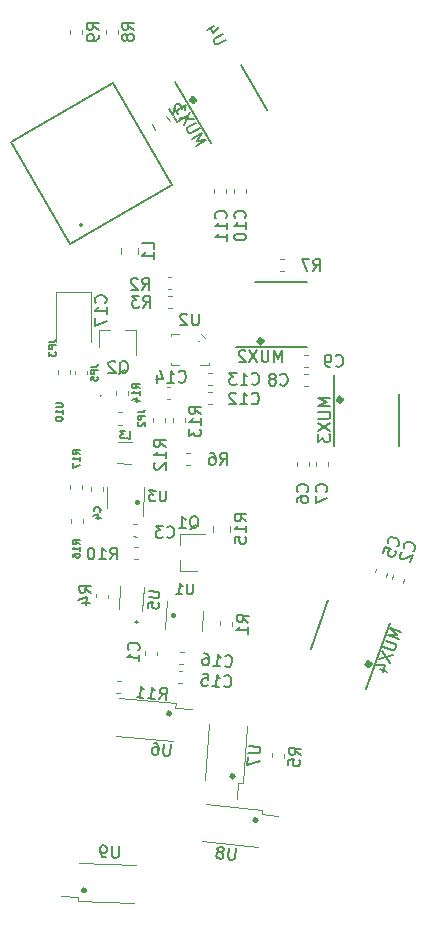
<source format=gbo>
G04 #@! TF.GenerationSoftware,KiCad,Pcbnew,(5.0.0)*
G04 #@! TF.CreationDate,2020-01-29T13:38:43+01:00*
G04 #@! TF.ProjectId,Insole_PCB,496E736F6C655F5043422E6B69636164,rev?*
G04 #@! TF.SameCoordinates,Original*
G04 #@! TF.FileFunction,Legend,Bot*
G04 #@! TF.FilePolarity,Positive*
%FSLAX46Y46*%
G04 Gerber Fmt 4.6, Leading zero omitted, Abs format (unit mm)*
G04 Created by KiCad (PCBNEW (5.0.0)) date 01/29/20 13:38:43*
%MOMM*%
%LPD*%
G01*
G04 APERTURE LIST*
%ADD10C,0.120000*%
%ADD11C,0.400000*%
%ADD12C,0.200000*%
%ADD13C,0.100000*%
%ADD14C,0.150000*%
%ADD15C,0.300000*%
G04 APERTURE END LIST*
D10*
G04 #@! TO.C,R4*
X188859566Y-187953900D02*
X188836856Y-188278665D01*
X187842050Y-187882749D02*
X187819340Y-188207514D01*
G04 #@! TO.C,C3*
X190965600Y-182017944D02*
X191291108Y-182023626D01*
X190947798Y-183037788D02*
X191273306Y-183043470D01*
D11*
G04 #@! TO.C,U3*
X191272327Y-180157226D02*
G75*
G03X191272327Y-180157226I0J0D01*
G01*
D10*
X191854581Y-178887194D02*
X191812172Y-181316824D01*
X188754332Y-180593347D02*
X188785049Y-178833615D01*
G04 #@! TO.C,L3*
X190841307Y-175051353D02*
X189637362Y-175030338D01*
X190809544Y-176871076D02*
X189605599Y-176850061D01*
D12*
G04 #@! TO.C,U2*
X196549453Y-166460707D02*
G75*
G03X196549453Y-166460707I0J0D01*
G01*
D13*
X194149453Y-165860707D02*
X194149453Y-166080707D01*
X194869453Y-165860707D02*
X194149453Y-165860707D01*
X194149453Y-168560707D02*
X194869453Y-168560707D01*
X194149453Y-168340707D02*
X194149453Y-168560707D01*
X197349453Y-168560707D02*
X197349453Y-168340707D01*
X197349453Y-168560707D02*
X196629453Y-168560707D01*
X197049453Y-166260707D02*
X196699453Y-165910707D01*
D10*
G04 #@! TO.C,C1*
X192969566Y-192783900D02*
X192946856Y-193108665D01*
X191952050Y-192712749D02*
X191929340Y-193037514D01*
G04 #@! TO.C,C2*
X213934370Y-186682175D02*
X213823023Y-186988099D01*
X212975883Y-186333315D02*
X212864536Y-186639239D01*
G04 #@! TO.C,C4*
X188450216Y-178844854D02*
X188444534Y-179170362D01*
X187430372Y-178827052D02*
X187424690Y-179152560D01*
G04 #@! TO.C,C5*
X212484370Y-186132175D02*
X212373023Y-186438099D01*
X211525883Y-185783315D02*
X211414536Y-186089239D01*
G04 #@! TO.C,C6*
X204839453Y-177060986D02*
X204839453Y-176735428D01*
X205859453Y-177060986D02*
X205859453Y-176735428D01*
G04 #@! TO.C,C7*
X206439453Y-177073486D02*
X206439453Y-176747928D01*
X207459453Y-177073486D02*
X207459453Y-176747928D01*
G04 #@! TO.C,C8*
X205399174Y-169300707D02*
X205724732Y-169300707D01*
X205399174Y-170320707D02*
X205724732Y-170320707D01*
G04 #@! TO.C,C9*
X205399174Y-167700707D02*
X205724732Y-167700707D01*
X205399174Y-168720707D02*
X205724732Y-168720707D01*
G04 #@! TO.C,C10*
X199464453Y-153935986D02*
X199464453Y-153610428D01*
X200484453Y-153935986D02*
X200484453Y-153610428D01*
G04 #@! TO.C,C11*
X197839453Y-153948486D02*
X197839453Y-153622928D01*
X198859453Y-153948486D02*
X198859453Y-153622928D01*
G04 #@! TO.C,C12*
X197599732Y-171820707D02*
X197274174Y-171820707D01*
X197599732Y-170800707D02*
X197274174Y-170800707D01*
G04 #@! TO.C,C13*
X197599732Y-170220707D02*
X197274174Y-170220707D01*
X197599732Y-169200707D02*
X197274174Y-169200707D01*
G04 #@! TO.C,C14*
X193786674Y-170400707D02*
X194112232Y-170400707D01*
X193786674Y-171420707D02*
X194112232Y-171420707D01*
G04 #@! TO.C,L1*
X189909453Y-159116959D02*
X189909453Y-158594455D01*
X191329453Y-159116959D02*
X191329453Y-158594455D01*
G04 #@! TO.C,L2*
X192815201Y-148601958D02*
X192553949Y-148149456D01*
X194044957Y-147891958D02*
X193783705Y-147439456D01*
D11*
G04 #@! TO.C,MUX1*
X196165709Y-146088464D02*
G75*
G03X196165709Y-146088464I-158114J0D01*
G01*
D14*
X194537082Y-144541461D02*
X197524582Y-149715963D01*
X200109372Y-143142951D02*
X202309372Y-146953463D01*
D11*
G04 #@! TO.C,MUX2*
X201907567Y-166510707D02*
G75*
G03X201907567Y-166510707I-158114J0D01*
G01*
D14*
X199674453Y-167010707D02*
X205649453Y-167010707D01*
X201249453Y-161485707D02*
X205649453Y-161485707D01*
D11*
G04 #@! TO.C,MUX3*
X208607567Y-171460707D02*
G75*
G03X208607567Y-171460707I-158114J0D01*
G01*
D14*
X207949453Y-169385707D02*
X207949453Y-175360707D01*
X213474453Y-170960707D02*
X213474453Y-175360707D01*
D11*
G04 #@! TO.C,MUX4*
X211037426Y-193844831D02*
G75*
G03X211037426Y-193844831I-158114J0D01*
G01*
D14*
X210639466Y-195965703D02*
X212683037Y-190351040D01*
X205986346Y-192596026D02*
X207491235Y-188461378D01*
D10*
G04 #@! TO.C,Q2*
X188069453Y-165550707D02*
X188069453Y-167010707D01*
X191229453Y-165550707D02*
X191229453Y-167710707D01*
X191229453Y-165550707D02*
X190299453Y-165550707D01*
X188069453Y-165550707D02*
X188999453Y-165550707D01*
G04 #@! TO.C,R1*
X198312848Y-190530151D02*
X198329886Y-190205039D01*
X199331450Y-190583533D02*
X199348488Y-190258421D01*
G04 #@! TO.C,R2*
X193874174Y-161100707D02*
X194199732Y-161100707D01*
X193874174Y-162120707D02*
X194199732Y-162120707D01*
G04 #@! TO.C,R3*
X193886674Y-162700707D02*
X194212232Y-162700707D01*
X193886674Y-163720707D02*
X194212232Y-163720707D01*
G04 #@! TO.C,R5*
X202729340Y-201737514D02*
X202752050Y-201412749D01*
X203746856Y-201808665D02*
X203769566Y-201483900D01*
G04 #@! TO.C,R6*
X195474174Y-176000707D02*
X195799732Y-176000707D01*
X195474174Y-177020707D02*
X195799732Y-177020707D01*
G04 #@! TO.C,R7*
X203386674Y-159550707D02*
X203712232Y-159550707D01*
X203386674Y-160570707D02*
X203712232Y-160570707D01*
G04 #@! TO.C,R8*
X188639453Y-140460986D02*
X188639453Y-140135428D01*
X189659453Y-140460986D02*
X189659453Y-140135428D01*
G04 #@! TO.C,R9*
X185639453Y-140473486D02*
X185639453Y-140147928D01*
X186659453Y-140473486D02*
X186659453Y-140147928D01*
G04 #@! TO.C,R10*
X191021174Y-183942707D02*
X191346732Y-183942707D01*
X191021174Y-184962707D02*
X191346732Y-184962707D01*
G04 #@! TO.C,R11*
X189851666Y-196332953D02*
X189527347Y-196304579D01*
X189940565Y-195316835D02*
X189616246Y-195288461D01*
G04 #@! TO.C,R12*
X192639453Y-173360986D02*
X192639453Y-173035428D01*
X193659453Y-173360986D02*
X193659453Y-173035428D01*
G04 #@! TO.C,R13*
X195359453Y-173047928D02*
X195359453Y-173373486D01*
X194339453Y-173047928D02*
X194339453Y-173373486D01*
G04 #@! TO.C,R14*
X189539453Y-171085986D02*
X189539453Y-170760428D01*
X190559453Y-171085986D02*
X190559453Y-170760428D01*
D11*
G04 #@! TO.C,U1*
X194321689Y-189661536D02*
G75*
G03X194321689Y-189661536I0J0D01*
G01*
D10*
X193695467Y-190910474D02*
X193822643Y-188483804D01*
X196853371Y-189313557D02*
X196761259Y-191071145D01*
D15*
G04 #@! TO.C,U4*
X186575929Y-156638014D02*
G75*
G03X186575929Y-156638014I0J0D01*
G01*
D14*
X194282241Y-153285738D02*
X185621987Y-158285738D01*
X189282241Y-144625484D02*
X194282241Y-153285738D01*
X180621987Y-149625484D02*
X189282241Y-144625484D01*
X185621987Y-158285738D02*
X180621987Y-149625484D01*
D12*
G04 #@! TO.C,U5*
X191358234Y-190304665D02*
G75*
G02X191158722Y-190290713I-99756J6976D01*
G01*
X191158721Y-190290713D02*
G75*
G02X191358235Y-190304665I99757J-6976D01*
G01*
X191158722Y-190290713D02*
X191158722Y-190290713D01*
X191358235Y-190304665D02*
X191358235Y-190304665D01*
D13*
X189871645Y-187193386D02*
X189732132Y-189188515D01*
X191866774Y-187332899D02*
X191727261Y-189328028D01*
D11*
G04 #@! TO.C,U6*
X194069584Y-198028776D02*
G75*
G03X194069584Y-198028776I-70710J0D01*
G01*
D10*
X194300000Y-200323754D02*
X189518265Y-199905407D01*
X194578898Y-197135931D02*
X189797163Y-196717584D01*
X194544036Y-197534409D02*
X195938708Y-197656427D01*
X194578898Y-197135931D02*
X194544036Y-197534409D01*
D11*
G04 #@! TO.C,U7*
X199436042Y-203351420D02*
G75*
G03X199436042Y-203351420I-70710J0D01*
G01*
D10*
X197075959Y-203692553D02*
X197410790Y-198904245D01*
X200268164Y-203915774D02*
X200602995Y-199127466D01*
X199869139Y-203887871D02*
X199771480Y-205284461D01*
X200268164Y-203915774D02*
X199869139Y-203887871D01*
D11*
G04 #@! TO.C,U8*
X201377698Y-207062872D02*
G75*
G03X201377698Y-207062872I-70710J0D01*
G01*
D10*
X201568015Y-209362756D02*
X196794310Y-208861019D01*
X201902506Y-206180285D02*
X197128801Y-205678549D01*
X201860694Y-206578094D02*
X203253025Y-206724434D01*
X201902506Y-206180285D02*
X201860694Y-206578094D01*
D11*
G04 #@! TO.C,U9*
X186868637Y-213004002D02*
G75*
G03X186868637Y-213004002I-70711J0D01*
G01*
D10*
X186377103Y-210727929D02*
X191174179Y-210895447D01*
X186265425Y-213925980D02*
X191062501Y-214093497D01*
X186279385Y-213526223D02*
X184880237Y-213477364D01*
X186265425Y-213925980D02*
X186279385Y-213526223D01*
G04 #@! TO.C,C15*
X194808228Y-194395527D02*
X195132993Y-194418237D01*
X194737077Y-195413043D02*
X195061842Y-195435753D01*
G04 #@! TO.C,C16*
X194927647Y-192825593D02*
X195252412Y-192848303D01*
X194856496Y-193843109D02*
X195181261Y-193865819D01*
G04 #@! TO.C,C17*
X187409453Y-162340707D02*
X187409453Y-166550707D01*
X184389453Y-162340707D02*
X187409453Y-162340707D01*
X184389453Y-166550707D02*
X184389453Y-162340707D01*
G04 #@! TO.C,Q1*
X194889453Y-185950707D02*
X194889453Y-185020707D01*
X194889453Y-182790707D02*
X194889453Y-183720707D01*
X194889453Y-182790707D02*
X197049453Y-182790707D01*
X194889453Y-185950707D02*
X196349453Y-185950707D01*
G04 #@! TO.C,R15*
X199149453Y-182174629D02*
X199149453Y-182691785D01*
X197729453Y-182174629D02*
X197729453Y-182691785D01*
G04 #@! TO.C,JP2*
X189982232Y-172540707D02*
X189656674Y-172540707D01*
X189982232Y-173560707D02*
X189656674Y-173560707D01*
G04 #@! TO.C,JP3*
X185589453Y-169303486D02*
X185589453Y-168977928D01*
X184569453Y-169303486D02*
X184569453Y-168977928D01*
G04 #@! TO.C,JP5*
X186059453Y-169323486D02*
X186059453Y-168997928D01*
X187079453Y-169323486D02*
X187079453Y-168997928D01*
G04 #@! TO.C,R16*
X185659453Y-181567928D02*
X185659453Y-181893486D01*
X186679453Y-181567928D02*
X186679453Y-181893486D01*
G04 #@! TO.C,R17*
X185649453Y-179033486D02*
X185649453Y-178707928D01*
X186669453Y-179033486D02*
X186669453Y-178707928D01*
D12*
G04 #@! TO.C,U10*
X188233453Y-171138707D02*
G75*
G03X188233453Y-171138707I-25000J0D01*
G01*
G04 #@! TO.C,R4*
D14*
X187375841Y-187846250D02*
X186924062Y-187480512D01*
X187415701Y-187276214D02*
X186418137Y-187206457D01*
X186391563Y-187586482D01*
X186432423Y-187684809D01*
X186476604Y-187735634D01*
X186568289Y-187789781D01*
X186710798Y-187799746D01*
X186809126Y-187758886D01*
X186859950Y-187714705D01*
X186914097Y-187623021D01*
X186940671Y-187242996D01*
X186651007Y-188654801D02*
X187316049Y-188701305D01*
X186287591Y-188390712D02*
X187016745Y-188203023D01*
X186973563Y-188820562D01*
G04 #@! TO.C,C3*
X193807400Y-183062599D02*
X193854181Y-183111042D01*
X193996185Y-183161147D01*
X194091408Y-183162809D01*
X194235075Y-183117690D01*
X194331961Y-183024129D01*
X194381235Y-182929736D01*
X194432171Y-182740120D01*
X194434664Y-182597285D01*
X194390376Y-182406006D01*
X194344427Y-182309952D01*
X194250865Y-182213066D01*
X194108861Y-182162961D01*
X194013637Y-182161299D01*
X193869971Y-182206417D01*
X193821528Y-182253198D01*
X193489907Y-182152157D02*
X192870954Y-182141353D01*
X193197588Y-182528065D01*
X193054753Y-182525572D01*
X192958698Y-182571522D01*
X192910255Y-182618302D01*
X192860981Y-182712695D01*
X192856826Y-182950754D01*
X192902776Y-183046808D01*
X192949556Y-183095251D01*
X193043949Y-183144525D01*
X193329620Y-183149512D01*
X193425674Y-183103562D01*
X193474117Y-183056781D01*
G04 #@! TO.C,U3*
X193742007Y-179164965D02*
X193729292Y-179893425D01*
X193684945Y-179978379D01*
X193641346Y-180020481D01*
X193554897Y-180061836D01*
X193383495Y-180058844D01*
X193298542Y-180014497D01*
X193256439Y-179970899D01*
X193215084Y-179884450D01*
X193227800Y-179155989D01*
X192884995Y-179150006D02*
X192327937Y-179140282D01*
X192621907Y-179488323D01*
X192493355Y-179486079D01*
X192406906Y-179527434D01*
X192363308Y-179569536D01*
X192318961Y-179654489D01*
X192315221Y-179868743D01*
X192356576Y-179955192D01*
X192398679Y-179998790D01*
X192483632Y-180043137D01*
X192740736Y-180047625D01*
X192827185Y-180006270D01*
X192870783Y-179964167D01*
G04 #@! TO.C,L3*
X190384700Y-174743839D02*
X190670371Y-174748825D01*
X190680842Y-174148917D01*
X190252336Y-174141437D02*
X189880964Y-174134955D01*
X190076945Y-174366982D01*
X189991243Y-174365486D01*
X189933611Y-174393056D01*
X189904545Y-174421124D01*
X189874981Y-174477760D01*
X189872487Y-174620595D01*
X189900057Y-174678228D01*
X189928126Y-174707294D01*
X189984761Y-174736858D01*
X190156164Y-174739850D01*
X190213796Y-174712280D01*
X190242862Y-174684212D01*
G04 #@! TO.C,U2*
X196511357Y-164163087D02*
X196511357Y-164972611D01*
X196463738Y-165067849D01*
X196416119Y-165115468D01*
X196320881Y-165163087D01*
X196130405Y-165163087D01*
X196035167Y-165115468D01*
X195987548Y-165067849D01*
X195939929Y-164972611D01*
X195939929Y-164163087D01*
X195511357Y-164258326D02*
X195463738Y-164210707D01*
X195368500Y-164163087D01*
X195130405Y-164163087D01*
X195035167Y-164210707D01*
X194987548Y-164258326D01*
X194939929Y-164353564D01*
X194939929Y-164448802D01*
X194987548Y-164591659D01*
X195558976Y-165163087D01*
X194939929Y-165163087D01*
G04 #@! TO.C,C1*
X191390834Y-192669607D02*
X191441659Y-192625426D01*
X191499128Y-192486238D01*
X191505771Y-192391232D01*
X191468233Y-192245401D01*
X191379871Y-192143752D01*
X191288186Y-192089605D01*
X191101496Y-192028815D01*
X190958987Y-192018850D01*
X190765653Y-192053066D01*
X190667325Y-192093926D01*
X190565675Y-192182288D01*
X190508207Y-192321476D01*
X190501563Y-192416482D01*
X190539101Y-192562313D01*
X190583283Y-192613137D01*
X191419406Y-193626311D02*
X191459267Y-193056275D01*
X191439336Y-193341293D02*
X190441772Y-193271537D01*
X190590925Y-193186496D01*
X190692574Y-193098133D01*
X190746721Y-193006449D01*
G04 #@! TO.C,C2*
X214642060Y-184276241D02*
X214703094Y-184247781D01*
X214796702Y-184129825D01*
X214829275Y-184040331D01*
X214833388Y-183889802D01*
X214776467Y-183767734D01*
X214703259Y-183690414D01*
X214540556Y-183580520D01*
X214406314Y-183531660D01*
X214211039Y-183511260D01*
X214105257Y-183523434D01*
X213983190Y-183580356D01*
X213889582Y-183698311D01*
X213857009Y-183787805D01*
X213852896Y-183938334D01*
X213881357Y-183999368D01*
X213751063Y-184357346D02*
X213690029Y-184385806D01*
X213612709Y-184459014D01*
X213531276Y-184682751D01*
X213543449Y-184788532D01*
X213571910Y-184849566D01*
X213645118Y-184926886D01*
X213734612Y-184959460D01*
X213885141Y-184963572D01*
X214617548Y-184622045D01*
X214405821Y-185203760D01*
G04 #@! TO.C,C4*
X188153451Y-180934462D02*
X188182517Y-180906393D01*
X188212580Y-180821191D01*
X188213577Y-180764056D01*
X188186506Y-180677856D01*
X188130369Y-180619725D01*
X188073733Y-180590161D01*
X187959964Y-180559599D01*
X187874262Y-180558103D01*
X187759495Y-180584676D01*
X187701863Y-180612245D01*
X187643731Y-180668382D01*
X187613668Y-180753585D01*
X187612671Y-180810719D01*
X187639742Y-180896919D01*
X187667811Y-180925985D01*
X187801670Y-181442685D02*
X188201609Y-181449666D01*
X187575627Y-181295861D02*
X188006626Y-181160505D01*
X188000144Y-181531877D01*
G04 #@! TO.C,C5*
X213292060Y-183876241D02*
X213353094Y-183847781D01*
X213446702Y-183729825D01*
X213479275Y-183640331D01*
X213483388Y-183489802D01*
X213426467Y-183367734D01*
X213353259Y-183290414D01*
X213190556Y-183180520D01*
X213056314Y-183131660D01*
X212861039Y-183111260D01*
X212755257Y-183123434D01*
X212633190Y-183180356D01*
X212539582Y-183298311D01*
X212507009Y-183387805D01*
X212502896Y-183538334D01*
X212531357Y-183599368D01*
X212132415Y-184416992D02*
X212295282Y-183969520D01*
X212759042Y-184087639D01*
X212698008Y-184116100D01*
X212620687Y-184189308D01*
X212539254Y-184413044D01*
X212551428Y-184518825D01*
X212579888Y-184579859D01*
X212653096Y-184657180D01*
X212876832Y-184738613D01*
X212982614Y-184726439D01*
X213043648Y-184697979D01*
X213120968Y-184624771D01*
X213202401Y-184401034D01*
X213190228Y-184295253D01*
X213161767Y-184234219D01*
G04 #@! TO.C,C6*
X205706595Y-179244040D02*
X205754214Y-179196421D01*
X205801833Y-179053564D01*
X205801833Y-178958326D01*
X205754214Y-178815468D01*
X205658976Y-178720230D01*
X205563738Y-178672611D01*
X205373262Y-178624992D01*
X205230405Y-178624992D01*
X205039929Y-178672611D01*
X204944691Y-178720230D01*
X204849453Y-178815468D01*
X204801833Y-178958326D01*
X204801833Y-179053564D01*
X204849453Y-179196421D01*
X204897072Y-179244040D01*
X204801833Y-180101183D02*
X204801833Y-179910707D01*
X204849453Y-179815468D01*
X204897072Y-179767849D01*
X205039929Y-179672611D01*
X205230405Y-179624992D01*
X205611357Y-179624992D01*
X205706595Y-179672611D01*
X205754214Y-179720230D01*
X205801833Y-179815468D01*
X205801833Y-180005945D01*
X205754214Y-180101183D01*
X205706595Y-180148802D01*
X205611357Y-180196421D01*
X205373262Y-180196421D01*
X205278024Y-180148802D01*
X205230405Y-180101183D01*
X205182786Y-180005945D01*
X205182786Y-179815468D01*
X205230405Y-179720230D01*
X205278024Y-179672611D01*
X205373262Y-179624992D01*
G04 #@! TO.C,C7*
X207306595Y-179244040D02*
X207354214Y-179196421D01*
X207401833Y-179053564D01*
X207401833Y-178958326D01*
X207354214Y-178815468D01*
X207258976Y-178720230D01*
X207163738Y-178672611D01*
X206973262Y-178624992D01*
X206830405Y-178624992D01*
X206639929Y-178672611D01*
X206544691Y-178720230D01*
X206449453Y-178815468D01*
X206401833Y-178958326D01*
X206401833Y-179053564D01*
X206449453Y-179196421D01*
X206497072Y-179244040D01*
X206401833Y-179577373D02*
X206401833Y-180244040D01*
X207401833Y-179815468D01*
G04 #@! TO.C,C8*
X203416119Y-170167849D02*
X203463738Y-170215468D01*
X203606595Y-170263087D01*
X203701833Y-170263087D01*
X203844691Y-170215468D01*
X203939929Y-170120230D01*
X203987548Y-170024992D01*
X204035167Y-169834516D01*
X204035167Y-169691659D01*
X203987548Y-169501183D01*
X203939929Y-169405945D01*
X203844691Y-169310707D01*
X203701833Y-169263087D01*
X203606595Y-169263087D01*
X203463738Y-169310707D01*
X203416119Y-169358326D01*
X202844691Y-169691659D02*
X202939929Y-169644040D01*
X202987548Y-169596421D01*
X203035167Y-169501183D01*
X203035167Y-169453564D01*
X202987548Y-169358326D01*
X202939929Y-169310707D01*
X202844691Y-169263087D01*
X202654214Y-169263087D01*
X202558976Y-169310707D01*
X202511357Y-169358326D01*
X202463738Y-169453564D01*
X202463738Y-169501183D01*
X202511357Y-169596421D01*
X202558976Y-169644040D01*
X202654214Y-169691659D01*
X202844691Y-169691659D01*
X202939929Y-169739278D01*
X202987548Y-169786897D01*
X203035167Y-169882135D01*
X203035167Y-170072611D01*
X202987548Y-170167849D01*
X202939929Y-170215468D01*
X202844691Y-170263087D01*
X202654214Y-170263087D01*
X202558976Y-170215468D01*
X202511357Y-170167849D01*
X202463738Y-170072611D01*
X202463738Y-169882135D01*
X202511357Y-169786897D01*
X202558976Y-169739278D01*
X202654214Y-169691659D01*
G04 #@! TO.C,C9*
X208116119Y-168567849D02*
X208163738Y-168615468D01*
X208306595Y-168663087D01*
X208401833Y-168663087D01*
X208544691Y-168615468D01*
X208639929Y-168520230D01*
X208687548Y-168424992D01*
X208735167Y-168234516D01*
X208735167Y-168091659D01*
X208687548Y-167901183D01*
X208639929Y-167805945D01*
X208544691Y-167710707D01*
X208401833Y-167663087D01*
X208306595Y-167663087D01*
X208163738Y-167710707D01*
X208116119Y-167758326D01*
X207639929Y-168663087D02*
X207449453Y-168663087D01*
X207354214Y-168615468D01*
X207306595Y-168567849D01*
X207211357Y-168424992D01*
X207163738Y-168234516D01*
X207163738Y-167853564D01*
X207211357Y-167758326D01*
X207258976Y-167710707D01*
X207354214Y-167663087D01*
X207544691Y-167663087D01*
X207639929Y-167710707D01*
X207687548Y-167758326D01*
X207735167Y-167853564D01*
X207735167Y-168091659D01*
X207687548Y-168186897D01*
X207639929Y-168234516D01*
X207544691Y-168282135D01*
X207354214Y-168282135D01*
X207258976Y-168234516D01*
X207211357Y-168186897D01*
X207163738Y-168091659D01*
G04 #@! TO.C,C10*
X200406595Y-156067849D02*
X200454214Y-156020230D01*
X200501833Y-155877373D01*
X200501833Y-155782135D01*
X200454214Y-155639278D01*
X200358976Y-155544040D01*
X200263738Y-155496421D01*
X200073262Y-155448802D01*
X199930405Y-155448802D01*
X199739929Y-155496421D01*
X199644691Y-155544040D01*
X199549453Y-155639278D01*
X199501833Y-155782135D01*
X199501833Y-155877373D01*
X199549453Y-156020230D01*
X199597072Y-156067849D01*
X200501833Y-157020230D02*
X200501833Y-156448802D01*
X200501833Y-156734516D02*
X199501833Y-156734516D01*
X199644691Y-156639278D01*
X199739929Y-156544040D01*
X199787548Y-156448802D01*
X199501833Y-157639278D02*
X199501833Y-157734516D01*
X199549453Y-157829754D01*
X199597072Y-157877373D01*
X199692310Y-157924992D01*
X199882786Y-157972611D01*
X200120881Y-157972611D01*
X200311357Y-157924992D01*
X200406595Y-157877373D01*
X200454214Y-157829754D01*
X200501833Y-157734516D01*
X200501833Y-157639278D01*
X200454214Y-157544040D01*
X200406595Y-157496421D01*
X200311357Y-157448802D01*
X200120881Y-157401183D01*
X199882786Y-157401183D01*
X199692310Y-157448802D01*
X199597072Y-157496421D01*
X199549453Y-157544040D01*
X199501833Y-157639278D01*
G04 #@! TO.C,C11*
X198781595Y-156092849D02*
X198829214Y-156045230D01*
X198876833Y-155902373D01*
X198876833Y-155807135D01*
X198829214Y-155664278D01*
X198733976Y-155569040D01*
X198638738Y-155521421D01*
X198448262Y-155473802D01*
X198305405Y-155473802D01*
X198114929Y-155521421D01*
X198019691Y-155569040D01*
X197924453Y-155664278D01*
X197876833Y-155807135D01*
X197876833Y-155902373D01*
X197924453Y-156045230D01*
X197972072Y-156092849D01*
X198876833Y-157045230D02*
X198876833Y-156473802D01*
X198876833Y-156759516D02*
X197876833Y-156759516D01*
X198019691Y-156664278D01*
X198114929Y-156569040D01*
X198162548Y-156473802D01*
X198876833Y-157997611D02*
X198876833Y-157426183D01*
X198876833Y-157711897D02*
X197876833Y-157711897D01*
X198019691Y-157616659D01*
X198114929Y-157521421D01*
X198162548Y-157426183D01*
G04 #@! TO.C,C12*
X200992310Y-171767849D02*
X201039929Y-171815468D01*
X201182786Y-171863087D01*
X201278024Y-171863087D01*
X201420881Y-171815468D01*
X201516119Y-171720230D01*
X201563738Y-171624992D01*
X201611357Y-171434516D01*
X201611357Y-171291659D01*
X201563738Y-171101183D01*
X201516119Y-171005945D01*
X201420881Y-170910707D01*
X201278024Y-170863087D01*
X201182786Y-170863087D01*
X201039929Y-170910707D01*
X200992310Y-170958326D01*
X200039929Y-171863087D02*
X200611357Y-171863087D01*
X200325643Y-171863087D02*
X200325643Y-170863087D01*
X200420881Y-171005945D01*
X200516119Y-171101183D01*
X200611357Y-171148802D01*
X199658976Y-170958326D02*
X199611357Y-170910707D01*
X199516119Y-170863087D01*
X199278024Y-170863087D01*
X199182786Y-170910707D01*
X199135167Y-170958326D01*
X199087548Y-171053564D01*
X199087548Y-171148802D01*
X199135167Y-171291659D01*
X199706595Y-171863087D01*
X199087548Y-171863087D01*
G04 #@! TO.C,C13*
X201002310Y-170097849D02*
X201049929Y-170145468D01*
X201192786Y-170193087D01*
X201288024Y-170193087D01*
X201430881Y-170145468D01*
X201526119Y-170050230D01*
X201573738Y-169954992D01*
X201621357Y-169764516D01*
X201621357Y-169621659D01*
X201573738Y-169431183D01*
X201526119Y-169335945D01*
X201430881Y-169240707D01*
X201288024Y-169193087D01*
X201192786Y-169193087D01*
X201049929Y-169240707D01*
X201002310Y-169288326D01*
X200049929Y-170193087D02*
X200621357Y-170193087D01*
X200335643Y-170193087D02*
X200335643Y-169193087D01*
X200430881Y-169335945D01*
X200526119Y-169431183D01*
X200621357Y-169478802D01*
X199716595Y-169193087D02*
X199097548Y-169193087D01*
X199430881Y-169574040D01*
X199288024Y-169574040D01*
X199192786Y-169621659D01*
X199145167Y-169669278D01*
X199097548Y-169764516D01*
X199097548Y-170002611D01*
X199145167Y-170097849D01*
X199192786Y-170145468D01*
X199288024Y-170193087D01*
X199573738Y-170193087D01*
X199668976Y-170145468D01*
X199716595Y-170097849D01*
G04 #@! TO.C,C14*
X194812310Y-169917849D02*
X194859929Y-169965468D01*
X195002786Y-170013087D01*
X195098024Y-170013087D01*
X195240881Y-169965468D01*
X195336119Y-169870230D01*
X195383738Y-169774992D01*
X195431357Y-169584516D01*
X195431357Y-169441659D01*
X195383738Y-169251183D01*
X195336119Y-169155945D01*
X195240881Y-169060707D01*
X195098024Y-169013087D01*
X195002786Y-169013087D01*
X194859929Y-169060707D01*
X194812310Y-169108326D01*
X193859929Y-170013087D02*
X194431357Y-170013087D01*
X194145643Y-170013087D02*
X194145643Y-169013087D01*
X194240881Y-169155945D01*
X194336119Y-169251183D01*
X194431357Y-169298802D01*
X193002786Y-169346421D02*
X193002786Y-170013087D01*
X193240881Y-168965468D02*
X193478976Y-169679754D01*
X192859929Y-169679754D01*
G04 #@! TO.C,L1*
X192721833Y-158689040D02*
X192721833Y-158212849D01*
X191721833Y-158212849D01*
X192721833Y-159546183D02*
X192721833Y-158974754D01*
X192721833Y-159260468D02*
X191721833Y-159260468D01*
X191864691Y-159165230D01*
X191959929Y-159069992D01*
X192007548Y-158974754D01*
G04 #@! TO.C,L2*
X194419954Y-147566235D02*
X194658050Y-147978628D01*
X195524075Y-147478628D01*
X195060644Y-146866418D02*
X195078074Y-146801369D01*
X195071694Y-146695081D01*
X194952647Y-146488884D01*
X194863788Y-146430215D01*
X194798739Y-146412785D01*
X194692451Y-146419165D01*
X194609973Y-146466784D01*
X194510064Y-146579452D01*
X194300907Y-147360038D01*
X193991383Y-146823927D01*
G04 #@! TO.C,MUX1*
X196288051Y-149978991D02*
X197154076Y-149478991D01*
X196368820Y-149547458D01*
X196820743Y-148901640D01*
X195954718Y-149401640D01*
X196582648Y-148489247D02*
X195881580Y-148894009D01*
X195775292Y-148900389D01*
X195710243Y-148882959D01*
X195621384Y-148824290D01*
X195526146Y-148659333D01*
X195519767Y-148553045D01*
X195537196Y-148487996D01*
X195595865Y-148399137D01*
X196296934Y-147994376D01*
X196106457Y-147664461D02*
X194907099Y-147587111D01*
X195773124Y-147087111D02*
X195240432Y-148164461D01*
X194454718Y-146803564D02*
X194740432Y-147298436D01*
X194597575Y-147051000D02*
X195463600Y-146551000D01*
X195387501Y-146704907D01*
X195352642Y-146835005D01*
X195359022Y-146941293D01*
G04 #@! TO.C,MUX2*
X203558976Y-168263087D02*
X203558976Y-167263087D01*
X203225643Y-167977373D01*
X202892310Y-167263087D01*
X202892310Y-168263087D01*
X202416119Y-167263087D02*
X202416119Y-168072611D01*
X202368500Y-168167849D01*
X202320881Y-168215468D01*
X202225643Y-168263087D01*
X202035167Y-168263087D01*
X201939929Y-168215468D01*
X201892310Y-168167849D01*
X201844691Y-168072611D01*
X201844691Y-167263087D01*
X201463738Y-167263087D02*
X200797072Y-168263087D01*
X200797072Y-167263087D02*
X201463738Y-168263087D01*
X200463738Y-167358326D02*
X200416119Y-167310707D01*
X200320881Y-167263087D01*
X200082786Y-167263087D01*
X199987548Y-167310707D01*
X199939929Y-167358326D01*
X199892310Y-167453564D01*
X199892310Y-167548802D01*
X199939929Y-167691659D01*
X200511357Y-168263087D01*
X199892310Y-168263087D01*
G04 #@! TO.C,MUX3*
X207651833Y-171351183D02*
X206651833Y-171351183D01*
X207366119Y-171684516D01*
X206651833Y-172017849D01*
X207651833Y-172017849D01*
X206651833Y-172494040D02*
X207461357Y-172494040D01*
X207556595Y-172541659D01*
X207604214Y-172589278D01*
X207651833Y-172684516D01*
X207651833Y-172874992D01*
X207604214Y-172970230D01*
X207556595Y-173017849D01*
X207461357Y-173065468D01*
X206651833Y-173065468D01*
X206651833Y-173446421D02*
X207651833Y-174113087D01*
X206651833Y-174113087D02*
X207651833Y-173446421D01*
X206651833Y-174398802D02*
X206651833Y-175017849D01*
X207032786Y-174684516D01*
X207032786Y-174827373D01*
X207080405Y-174922611D01*
X207128024Y-174970230D01*
X207223262Y-175017849D01*
X207461357Y-175017849D01*
X207556595Y-174970230D01*
X207604214Y-174922611D01*
X207651833Y-174827373D01*
X207651833Y-174541659D01*
X207604214Y-174446421D01*
X207556595Y-174398802D01*
G04 #@! TO.C,MUX4*
X213679354Y-191129206D02*
X212739662Y-190787186D01*
X213296864Y-191344717D01*
X212511648Y-191413647D01*
X213451341Y-191755667D01*
X212348781Y-191861120D02*
X213109485Y-192137993D01*
X213182693Y-192215314D01*
X213211153Y-192276348D01*
X213223327Y-192382129D01*
X213158181Y-192561118D01*
X213080860Y-192634326D01*
X213019826Y-192662787D01*
X212914045Y-192674961D01*
X212153341Y-192398087D01*
X212023048Y-192756065D02*
X212734727Y-193724547D01*
X211795034Y-193382527D02*
X212962741Y-193098086D01*
X211831392Y-194257237D02*
X212457854Y-194485251D01*
X211554847Y-193903208D02*
X212307489Y-193923771D01*
X212095763Y-194505486D01*
G04 #@! TO.C,Q2*
X189774691Y-169288326D02*
X189869929Y-169240707D01*
X189965167Y-169145468D01*
X190108024Y-169002611D01*
X190203262Y-168954992D01*
X190298500Y-168954992D01*
X190250881Y-169193087D02*
X190346119Y-169145468D01*
X190441357Y-169050230D01*
X190488976Y-168859754D01*
X190488976Y-168526421D01*
X190441357Y-168335945D01*
X190346119Y-168240707D01*
X190250881Y-168193087D01*
X190060405Y-168193087D01*
X189965167Y-168240707D01*
X189869929Y-168335945D01*
X189822310Y-168526421D01*
X189822310Y-168859754D01*
X189869929Y-169050230D01*
X189965167Y-169145468D01*
X190060405Y-169193087D01*
X190250881Y-169193087D01*
X189441357Y-168288326D02*
X189393738Y-168240707D01*
X189298500Y-168193087D01*
X189060405Y-168193087D01*
X188965167Y-168240707D01*
X188917548Y-168288326D01*
X188869929Y-168383564D01*
X188869929Y-168478802D01*
X188917548Y-168621659D01*
X189488976Y-169193087D01*
X188869929Y-169193087D01*
G04 #@! TO.C,R1*
X200719191Y-190326363D02*
X200261099Y-189968565D01*
X200749097Y-189755718D02*
X199750468Y-189703382D01*
X199730530Y-190083812D01*
X199773100Y-190181412D01*
X199818161Y-190231458D01*
X199910777Y-190283996D01*
X200053438Y-190291472D01*
X200151038Y-190248903D01*
X200201084Y-190203841D01*
X200253622Y-190111226D01*
X200273560Y-189730796D01*
X200669347Y-191277439D02*
X200699254Y-190706793D01*
X200684301Y-190992116D02*
X199685671Y-190939780D01*
X199833317Y-190852149D01*
X199933409Y-190762026D01*
X199985947Y-190669411D01*
G04 #@! TO.C,R2*
X191716119Y-162163087D02*
X192049453Y-161686897D01*
X192287548Y-162163087D02*
X192287548Y-161163087D01*
X191906595Y-161163087D01*
X191811357Y-161210707D01*
X191763738Y-161258326D01*
X191716119Y-161353564D01*
X191716119Y-161496421D01*
X191763738Y-161591659D01*
X191811357Y-161639278D01*
X191906595Y-161686897D01*
X192287548Y-161686897D01*
X191335167Y-161258326D02*
X191287548Y-161210707D01*
X191192310Y-161163087D01*
X190954214Y-161163087D01*
X190858976Y-161210707D01*
X190811357Y-161258326D01*
X190763738Y-161353564D01*
X190763738Y-161448802D01*
X190811357Y-161591659D01*
X191382786Y-162163087D01*
X190763738Y-162163087D01*
G04 #@! TO.C,R3*
X191816119Y-163663087D02*
X192149453Y-163186897D01*
X192387548Y-163663087D02*
X192387548Y-162663087D01*
X192006595Y-162663087D01*
X191911357Y-162710707D01*
X191863738Y-162758326D01*
X191816119Y-162853564D01*
X191816119Y-162996421D01*
X191863738Y-163091659D01*
X191911357Y-163139278D01*
X192006595Y-163186897D01*
X192387548Y-163186897D01*
X191482786Y-162663087D02*
X190863738Y-162663087D01*
X191197072Y-163044040D01*
X191054214Y-163044040D01*
X190958976Y-163091659D01*
X190911357Y-163139278D01*
X190863738Y-163234516D01*
X190863738Y-163472611D01*
X190911357Y-163567849D01*
X190958976Y-163615468D01*
X191054214Y-163663087D01*
X191339929Y-163663087D01*
X191435167Y-163615468D01*
X191482786Y-163567849D01*
G04 #@! TO.C,R5*
X205138875Y-201575754D02*
X204687096Y-201210016D01*
X205178735Y-201005718D02*
X204181171Y-200935961D01*
X204154597Y-201315986D01*
X204195457Y-201414313D01*
X204239638Y-201465138D01*
X204331323Y-201519285D01*
X204473832Y-201529250D01*
X204572160Y-201488390D01*
X204622984Y-201444209D01*
X204677131Y-201352525D01*
X204703705Y-200972500D01*
X204078198Y-202408556D02*
X204111415Y-201933525D01*
X204589767Y-201919240D01*
X204538942Y-201963421D01*
X204484796Y-202055105D01*
X204468187Y-202292621D01*
X204509047Y-202390948D01*
X204553228Y-202441773D01*
X204644912Y-202495920D01*
X204882428Y-202512528D01*
X204980755Y-202471669D01*
X205031580Y-202427487D01*
X205085727Y-202335803D01*
X205102335Y-202098288D01*
X205061476Y-201999960D01*
X205017295Y-201949135D01*
G04 #@! TO.C,R6*
X198316119Y-176963087D02*
X198649453Y-176486897D01*
X198887548Y-176963087D02*
X198887548Y-175963087D01*
X198506595Y-175963087D01*
X198411357Y-176010707D01*
X198363738Y-176058326D01*
X198316119Y-176153564D01*
X198316119Y-176296421D01*
X198363738Y-176391659D01*
X198411357Y-176439278D01*
X198506595Y-176486897D01*
X198887548Y-176486897D01*
X197458976Y-175963087D02*
X197649453Y-175963087D01*
X197744691Y-176010707D01*
X197792310Y-176058326D01*
X197887548Y-176201183D01*
X197935167Y-176391659D01*
X197935167Y-176772611D01*
X197887548Y-176867849D01*
X197839929Y-176915468D01*
X197744691Y-176963087D01*
X197554214Y-176963087D01*
X197458976Y-176915468D01*
X197411357Y-176867849D01*
X197363738Y-176772611D01*
X197363738Y-176534516D01*
X197411357Y-176439278D01*
X197458976Y-176391659D01*
X197554214Y-176344040D01*
X197744691Y-176344040D01*
X197839929Y-176391659D01*
X197887548Y-176439278D01*
X197935167Y-176534516D01*
G04 #@! TO.C,R7*
X206216119Y-160563087D02*
X206549453Y-160086897D01*
X206787548Y-160563087D02*
X206787548Y-159563087D01*
X206406595Y-159563087D01*
X206311357Y-159610707D01*
X206263738Y-159658326D01*
X206216119Y-159753564D01*
X206216119Y-159896421D01*
X206263738Y-159991659D01*
X206311357Y-160039278D01*
X206406595Y-160086897D01*
X206787548Y-160086897D01*
X205882786Y-159563087D02*
X205216119Y-159563087D01*
X205644691Y-160563087D01*
G04 #@! TO.C,R8*
X191031833Y-140131540D02*
X190555643Y-139798207D01*
X191031833Y-139560111D02*
X190031833Y-139560111D01*
X190031833Y-139941064D01*
X190079453Y-140036302D01*
X190127072Y-140083921D01*
X190222310Y-140131540D01*
X190365167Y-140131540D01*
X190460405Y-140083921D01*
X190508024Y-140036302D01*
X190555643Y-139941064D01*
X190555643Y-139560111D01*
X190460405Y-140702968D02*
X190412786Y-140607730D01*
X190365167Y-140560111D01*
X190269929Y-140512492D01*
X190222310Y-140512492D01*
X190127072Y-140560111D01*
X190079453Y-140607730D01*
X190031833Y-140702968D01*
X190031833Y-140893445D01*
X190079453Y-140988683D01*
X190127072Y-141036302D01*
X190222310Y-141083921D01*
X190269929Y-141083921D01*
X190365167Y-141036302D01*
X190412786Y-140988683D01*
X190460405Y-140893445D01*
X190460405Y-140702968D01*
X190508024Y-140607730D01*
X190555643Y-140560111D01*
X190650881Y-140512492D01*
X190841357Y-140512492D01*
X190936595Y-140560111D01*
X190984214Y-140607730D01*
X191031833Y-140702968D01*
X191031833Y-140893445D01*
X190984214Y-140988683D01*
X190936595Y-141036302D01*
X190841357Y-141083921D01*
X190650881Y-141083921D01*
X190555643Y-141036302D01*
X190508024Y-140988683D01*
X190460405Y-140893445D01*
G04 #@! TO.C,R9*
X188031833Y-140144040D02*
X187555643Y-139810707D01*
X188031833Y-139572611D02*
X187031833Y-139572611D01*
X187031833Y-139953564D01*
X187079453Y-140048802D01*
X187127072Y-140096421D01*
X187222310Y-140144040D01*
X187365167Y-140144040D01*
X187460405Y-140096421D01*
X187508024Y-140048802D01*
X187555643Y-139953564D01*
X187555643Y-139572611D01*
X188031833Y-140620230D02*
X188031833Y-140810707D01*
X187984214Y-140905945D01*
X187936595Y-140953564D01*
X187793738Y-141048802D01*
X187603262Y-141096421D01*
X187222310Y-141096421D01*
X187127072Y-141048802D01*
X187079453Y-141001183D01*
X187031833Y-140905945D01*
X187031833Y-140715468D01*
X187079453Y-140620230D01*
X187127072Y-140572611D01*
X187222310Y-140524992D01*
X187460405Y-140524992D01*
X187555643Y-140572611D01*
X187603262Y-140620230D01*
X187650881Y-140715468D01*
X187650881Y-140905945D01*
X187603262Y-141001183D01*
X187555643Y-141048802D01*
X187460405Y-141096421D01*
G04 #@! TO.C,R10*
X189002310Y-184983087D02*
X189335643Y-184506897D01*
X189573738Y-184983087D02*
X189573738Y-183983087D01*
X189192786Y-183983087D01*
X189097548Y-184030707D01*
X189049929Y-184078326D01*
X189002310Y-184173564D01*
X189002310Y-184316421D01*
X189049929Y-184411659D01*
X189097548Y-184459278D01*
X189192786Y-184506897D01*
X189573738Y-184506897D01*
X188049929Y-184983087D02*
X188621357Y-184983087D01*
X188335643Y-184983087D02*
X188335643Y-183983087D01*
X188430881Y-184125945D01*
X188526119Y-184221183D01*
X188621357Y-184268802D01*
X187430881Y-183983087D02*
X187335643Y-183983087D01*
X187240405Y-184030707D01*
X187192786Y-184078326D01*
X187145167Y-184173564D01*
X187097548Y-184364040D01*
X187097548Y-184602135D01*
X187145167Y-184792611D01*
X187192786Y-184887849D01*
X187240405Y-184935468D01*
X187335643Y-184983087D01*
X187430881Y-184983087D01*
X187526119Y-184935468D01*
X187573738Y-184887849D01*
X187621357Y-184792611D01*
X187668976Y-184602135D01*
X187668976Y-184364040D01*
X187621357Y-184173564D01*
X187573738Y-184078326D01*
X187526119Y-184030707D01*
X187430881Y-183983087D01*
G04 #@! TO.C,R11*
X193150436Y-196817395D02*
X193524003Y-196372068D01*
X193719690Y-196867198D02*
X193806846Y-195871003D01*
X193427343Y-195837801D01*
X193328317Y-195876938D01*
X193276729Y-195920226D01*
X193220990Y-196010951D01*
X193208540Y-196153265D01*
X193247677Y-196252291D01*
X193290964Y-196303879D01*
X193381690Y-196359617D01*
X193761193Y-196392820D01*
X192201679Y-196734389D02*
X192770933Y-196784193D01*
X192486306Y-196759291D02*
X192573462Y-195763096D01*
X192655887Y-195913710D01*
X192742462Y-196016886D01*
X192833187Y-196072625D01*
X191252922Y-196651384D02*
X191822176Y-196701187D01*
X191537549Y-196676285D02*
X191624705Y-195680091D01*
X191707130Y-195830705D01*
X191793705Y-195933881D01*
X191884430Y-195989619D01*
G04 #@! TO.C,R12*
X193701833Y-175467849D02*
X193225643Y-175134516D01*
X193701833Y-174896421D02*
X192701833Y-174896421D01*
X192701833Y-175277373D01*
X192749453Y-175372611D01*
X192797072Y-175420230D01*
X192892310Y-175467849D01*
X193035167Y-175467849D01*
X193130405Y-175420230D01*
X193178024Y-175372611D01*
X193225643Y-175277373D01*
X193225643Y-174896421D01*
X193701833Y-176420230D02*
X193701833Y-175848802D01*
X193701833Y-176134516D02*
X192701833Y-176134516D01*
X192844691Y-176039278D01*
X192939929Y-175944040D01*
X192987548Y-175848802D01*
X192797072Y-176801183D02*
X192749453Y-176848802D01*
X192701833Y-176944040D01*
X192701833Y-177182135D01*
X192749453Y-177277373D01*
X192797072Y-177324992D01*
X192892310Y-177372611D01*
X192987548Y-177372611D01*
X193130405Y-177324992D01*
X193701833Y-176753564D01*
X193701833Y-177372611D01*
G04 #@! TO.C,R13*
X196701833Y-172667849D02*
X196225643Y-172334516D01*
X196701833Y-172096421D02*
X195701833Y-172096421D01*
X195701833Y-172477373D01*
X195749453Y-172572611D01*
X195797072Y-172620230D01*
X195892310Y-172667849D01*
X196035167Y-172667849D01*
X196130405Y-172620230D01*
X196178024Y-172572611D01*
X196225643Y-172477373D01*
X196225643Y-172096421D01*
X196701833Y-173620230D02*
X196701833Y-173048802D01*
X196701833Y-173334516D02*
X195701833Y-173334516D01*
X195844691Y-173239278D01*
X195939929Y-173144040D01*
X195987548Y-173048802D01*
X195701833Y-173953564D02*
X195701833Y-174572611D01*
X196082786Y-174239278D01*
X196082786Y-174382135D01*
X196130405Y-174477373D01*
X196178024Y-174524992D01*
X196273262Y-174572611D01*
X196511357Y-174572611D01*
X196606595Y-174524992D01*
X196654214Y-174477373D01*
X196701833Y-174382135D01*
X196701833Y-174096421D01*
X196654214Y-174001183D01*
X196606595Y-173953564D01*
G04 #@! TO.C,R14*
X191500881Y-170504992D02*
X191215167Y-170304992D01*
X191500881Y-170162135D02*
X190900881Y-170162135D01*
X190900881Y-170390707D01*
X190929453Y-170447849D01*
X190958024Y-170476421D01*
X191015167Y-170504992D01*
X191100881Y-170504992D01*
X191158024Y-170476421D01*
X191186595Y-170447849D01*
X191215167Y-170390707D01*
X191215167Y-170162135D01*
X191500881Y-171076421D02*
X191500881Y-170733564D01*
X191500881Y-170904992D02*
X190900881Y-170904992D01*
X190986595Y-170847849D01*
X191043738Y-170790707D01*
X191072310Y-170733564D01*
X191100881Y-171590707D02*
X191500881Y-171590707D01*
X190872310Y-171447849D02*
X191300881Y-171304992D01*
X191300881Y-171676421D01*
G04 #@! TO.C,U1*
X196060021Y-187054412D02*
X196021891Y-187781985D01*
X195974606Y-187865339D01*
X195929565Y-187905895D01*
X195841725Y-187944207D01*
X195670532Y-187935235D01*
X195587178Y-187887951D01*
X195546622Y-187842909D01*
X195508310Y-187755070D01*
X195546440Y-187027497D01*
X194600571Y-187879161D02*
X195114152Y-187906077D01*
X194857362Y-187892619D02*
X194904464Y-186993852D01*
X194983332Y-187126733D01*
X195064443Y-187216816D01*
X195147797Y-187264100D01*
G04 #@! TO.C,U4*
X198832987Y-140972624D02*
X198131919Y-141377386D01*
X198025631Y-141383766D01*
X197960582Y-141366336D01*
X197871723Y-141307667D01*
X197776485Y-141142709D01*
X197770106Y-141036421D01*
X197787535Y-140971372D01*
X197846204Y-140882514D01*
X198547273Y-140477752D01*
X197806217Y-139860872D02*
X197228866Y-140194205D01*
X198255179Y-139876592D02*
X197755637Y-140439932D01*
X197446113Y-139903821D01*
G04 #@! TO.C,U5*
X192305629Y-187692279D02*
X193032426Y-187743101D01*
X193114942Y-187791833D01*
X193154705Y-187837575D01*
X193191478Y-187926070D01*
X193179520Y-188097081D01*
X193130788Y-188179597D01*
X193085046Y-188219360D01*
X192996551Y-188256134D01*
X192269754Y-188205312D01*
X192209963Y-189060366D02*
X192239859Y-188632839D01*
X192670376Y-188619982D01*
X192624633Y-188659745D01*
X192575901Y-188742261D01*
X192560954Y-188956025D01*
X192597727Y-189044520D01*
X192637490Y-189090262D01*
X192720006Y-189138994D01*
X192933770Y-189153942D01*
X193022265Y-189117168D01*
X193068007Y-189077405D01*
X193116739Y-188994889D01*
X193131687Y-188781125D01*
X193094913Y-188692630D01*
X193055150Y-188646888D01*
G04 #@! TO.C,U6*
X194156186Y-200631576D02*
X194085631Y-201438019D01*
X194029893Y-201528744D01*
X193978305Y-201572032D01*
X193879279Y-201611169D01*
X193689528Y-201594568D01*
X193598802Y-201538830D01*
X193555515Y-201487242D01*
X193516377Y-201388216D01*
X193586932Y-200581772D01*
X192685613Y-200502917D02*
X192875364Y-200519518D01*
X192966090Y-200575257D01*
X193009377Y-200626845D01*
X193091802Y-200777459D01*
X193122639Y-200971361D01*
X193089437Y-201350863D01*
X193033698Y-201441589D01*
X192982110Y-201484876D01*
X192883084Y-201524014D01*
X192693333Y-201507412D01*
X192602608Y-201451674D01*
X192559320Y-201400086D01*
X192520183Y-201301060D01*
X192540934Y-201063871D01*
X192596672Y-200973145D01*
X192648261Y-200929858D01*
X192747287Y-200890720D01*
X192937038Y-200907322D01*
X193027763Y-200963060D01*
X193071051Y-201014648D01*
X193110188Y-201113674D01*
G04 #@! TO.C,U7*
X200750469Y-200779874D02*
X201558021Y-200836343D01*
X201649705Y-200890490D01*
X201693887Y-200941315D01*
X201734746Y-201039642D01*
X201721459Y-201229655D01*
X201667313Y-201321339D01*
X201616488Y-201365520D01*
X201518160Y-201406380D01*
X200710608Y-201349910D01*
X200684034Y-201729935D02*
X200637530Y-202394977D01*
X201664990Y-202037206D01*
G04 #@! TO.C,U8*
X199664425Y-209445728D02*
X199579807Y-210250817D01*
X199522494Y-210340556D01*
X199470158Y-210382937D01*
X199370464Y-210420340D01*
X199181031Y-210400430D01*
X199091292Y-210343116D01*
X199048912Y-210290781D01*
X199011509Y-210191087D01*
X199096127Y-209385998D01*
X198435673Y-209747513D02*
X198535367Y-209710110D01*
X198587702Y-209667729D01*
X198645016Y-209577991D01*
X198649993Y-209530632D01*
X198612590Y-209430938D01*
X198570209Y-209378603D01*
X198480471Y-209321289D01*
X198291038Y-209301379D01*
X198191344Y-209338782D01*
X198139008Y-209381163D01*
X198081695Y-209470902D01*
X198076717Y-209518260D01*
X198114120Y-209617954D01*
X198156501Y-209670290D01*
X198246240Y-209727603D01*
X198435673Y-209747513D01*
X198525412Y-209804826D01*
X198567792Y-209857162D01*
X198605195Y-209956856D01*
X198585285Y-210146289D01*
X198527972Y-210236028D01*
X198475636Y-210278408D01*
X198375942Y-210315811D01*
X198186509Y-210295901D01*
X198096771Y-210238588D01*
X198054390Y-210186252D01*
X198016987Y-210086558D01*
X198036897Y-209897125D01*
X198094210Y-209807387D01*
X198146546Y-209765006D01*
X198246240Y-209727603D01*
G04 #@! TO.C,U9*
X189750005Y-209250011D02*
X189721753Y-210059042D01*
X189670839Y-210152560D01*
X189621587Y-210198488D01*
X189524745Y-210242754D01*
X189334385Y-210236107D01*
X189240867Y-210185193D01*
X189194939Y-210135941D01*
X189150672Y-210039099D01*
X189178924Y-209230069D01*
X188620534Y-210211179D02*
X188430174Y-210204531D01*
X188336656Y-210153617D01*
X188290728Y-210104365D01*
X188200533Y-209958272D01*
X188159591Y-209766250D01*
X188172886Y-209385529D01*
X188223800Y-209292011D01*
X188273052Y-209246083D01*
X188369894Y-209201817D01*
X188560254Y-209208464D01*
X188653772Y-209259378D01*
X188699700Y-209308630D01*
X188743966Y-209405472D01*
X188735657Y-209643422D01*
X188684743Y-209736940D01*
X188635491Y-209782868D01*
X188538649Y-209827135D01*
X188348289Y-209820487D01*
X188254771Y-209769573D01*
X188208843Y-209720321D01*
X188164577Y-209623479D01*
G04 #@! TO.C,C15*
X198628060Y-195687276D02*
X198672241Y-195738101D01*
X198811428Y-195795569D01*
X198906434Y-195802212D01*
X199052265Y-195764675D01*
X199153915Y-195676312D01*
X199208061Y-195584628D01*
X199268851Y-195397937D01*
X199278817Y-195255428D01*
X199244601Y-195062094D01*
X199203741Y-194963766D01*
X199115378Y-194862117D01*
X198976191Y-194804648D01*
X198881185Y-194798005D01*
X198735354Y-194835543D01*
X198684529Y-194879724D01*
X197671355Y-195715847D02*
X198241392Y-195755708D01*
X197956373Y-195735778D02*
X198026130Y-194738214D01*
X198111171Y-194887366D01*
X198199533Y-194989016D01*
X198291218Y-195043162D01*
X196838554Y-194655170D02*
X197313584Y-194688388D01*
X197327870Y-195166740D01*
X197283689Y-195115915D01*
X197192004Y-195061768D01*
X196954489Y-195045160D01*
X196856161Y-195086019D01*
X196805336Y-195130201D01*
X196751190Y-195221885D01*
X196734581Y-195459400D01*
X196775441Y-195557728D01*
X196819622Y-195608553D01*
X196911306Y-195662699D01*
X197148822Y-195679308D01*
X197247149Y-195638449D01*
X197297974Y-195594267D01*
G04 #@! TO.C,C16*
X198707367Y-193974195D02*
X198751548Y-194025020D01*
X198890735Y-194082488D01*
X198985741Y-194089131D01*
X199131572Y-194051594D01*
X199233222Y-193963231D01*
X199287368Y-193871547D01*
X199348158Y-193684856D01*
X199358124Y-193542347D01*
X199323908Y-193349013D01*
X199283048Y-193250685D01*
X199194685Y-193149036D01*
X199055498Y-193091567D01*
X198960492Y-193084924D01*
X198814661Y-193122462D01*
X198763836Y-193166643D01*
X197750662Y-194002766D02*
X198320699Y-194042627D01*
X198035680Y-194022697D02*
X198105437Y-193025133D01*
X198190478Y-193174285D01*
X198278840Y-193275935D01*
X198370525Y-193330081D01*
X196965364Y-192945411D02*
X197155376Y-192958698D01*
X197247060Y-193012844D01*
X197291242Y-193063669D01*
X197376283Y-193212822D01*
X197410499Y-193406156D01*
X197383925Y-193786180D01*
X197329778Y-193877864D01*
X197278953Y-193922046D01*
X197180626Y-193962905D01*
X196990613Y-193949618D01*
X196898929Y-193895472D01*
X196854748Y-193844647D01*
X196813888Y-193746319D01*
X196830497Y-193508804D01*
X196884643Y-193417120D01*
X196935468Y-193372938D01*
X197033796Y-193332079D01*
X197223808Y-193345366D01*
X197315493Y-193399512D01*
X197359674Y-193450337D01*
X197400533Y-193548665D01*
G04 #@! TO.C,C17*
X188616595Y-163247849D02*
X188664214Y-163200230D01*
X188711833Y-163057373D01*
X188711833Y-162962135D01*
X188664214Y-162819278D01*
X188568976Y-162724040D01*
X188473738Y-162676421D01*
X188283262Y-162628802D01*
X188140405Y-162628802D01*
X187949929Y-162676421D01*
X187854691Y-162724040D01*
X187759453Y-162819278D01*
X187711833Y-162962135D01*
X187711833Y-163057373D01*
X187759453Y-163200230D01*
X187807072Y-163247849D01*
X188711833Y-164200230D02*
X188711833Y-163628802D01*
X188711833Y-163914516D02*
X187711833Y-163914516D01*
X187854691Y-163819278D01*
X187949929Y-163724040D01*
X187997548Y-163628802D01*
X187711833Y-164533564D02*
X187711833Y-165200230D01*
X188711833Y-164771659D01*
G04 #@! TO.C,Q1*
X195744691Y-182418326D02*
X195839929Y-182370707D01*
X195935167Y-182275468D01*
X196078024Y-182132611D01*
X196173262Y-182084992D01*
X196268500Y-182084992D01*
X196220881Y-182323087D02*
X196316119Y-182275468D01*
X196411357Y-182180230D01*
X196458976Y-181989754D01*
X196458976Y-181656421D01*
X196411357Y-181465945D01*
X196316119Y-181370707D01*
X196220881Y-181323087D01*
X196030405Y-181323087D01*
X195935167Y-181370707D01*
X195839929Y-181465945D01*
X195792310Y-181656421D01*
X195792310Y-181989754D01*
X195839929Y-182180230D01*
X195935167Y-182275468D01*
X196030405Y-182323087D01*
X196220881Y-182323087D01*
X194839929Y-182323087D02*
X195411357Y-182323087D01*
X195125643Y-182323087D02*
X195125643Y-181323087D01*
X195220881Y-181465945D01*
X195316119Y-181561183D01*
X195411357Y-181608802D01*
G04 #@! TO.C,R15*
X200551833Y-181740349D02*
X200075643Y-181407016D01*
X200551833Y-181168921D02*
X199551833Y-181168921D01*
X199551833Y-181549873D01*
X199599453Y-181645111D01*
X199647072Y-181692730D01*
X199742310Y-181740349D01*
X199885167Y-181740349D01*
X199980405Y-181692730D01*
X200028024Y-181645111D01*
X200075643Y-181549873D01*
X200075643Y-181168921D01*
X200551833Y-182692730D02*
X200551833Y-182121302D01*
X200551833Y-182407016D02*
X199551833Y-182407016D01*
X199694691Y-182311778D01*
X199789929Y-182216540D01*
X199837548Y-182121302D01*
X199551833Y-183597492D02*
X199551833Y-183121302D01*
X200028024Y-183073683D01*
X199980405Y-183121302D01*
X199932786Y-183216540D01*
X199932786Y-183454635D01*
X199980405Y-183549873D01*
X200028024Y-183597492D01*
X200123262Y-183645111D01*
X200361357Y-183645111D01*
X200456595Y-183597492D01*
X200504214Y-183549873D01*
X200551833Y-183454635D01*
X200551833Y-183216540D01*
X200504214Y-183121302D01*
X200456595Y-183073683D01*
G04 #@! TO.C,JP2*
X191340881Y-172520707D02*
X191769453Y-172520707D01*
X191855167Y-172492135D01*
X191912310Y-172434992D01*
X191940881Y-172349278D01*
X191940881Y-172292135D01*
X191940881Y-172806421D02*
X191340881Y-172806421D01*
X191340881Y-173034992D01*
X191369453Y-173092135D01*
X191398024Y-173120707D01*
X191455167Y-173149278D01*
X191540881Y-173149278D01*
X191598024Y-173120707D01*
X191626595Y-173092135D01*
X191655167Y-173034992D01*
X191655167Y-172806421D01*
X191398024Y-173377849D02*
X191369453Y-173406421D01*
X191340881Y-173463564D01*
X191340881Y-173606421D01*
X191369453Y-173663564D01*
X191398024Y-173692135D01*
X191455167Y-173720707D01*
X191512310Y-173720707D01*
X191598024Y-173692135D01*
X191940881Y-173349278D01*
X191940881Y-173720707D01*
G04 #@! TO.C,JP3*
X183798881Y-166560707D02*
X184227453Y-166560707D01*
X184313167Y-166532135D01*
X184370310Y-166474992D01*
X184398881Y-166389278D01*
X184398881Y-166332135D01*
X184398881Y-166846421D02*
X183798881Y-166846421D01*
X183798881Y-167074992D01*
X183827453Y-167132135D01*
X183856024Y-167160707D01*
X183913167Y-167189278D01*
X183998881Y-167189278D01*
X184056024Y-167160707D01*
X184084595Y-167132135D01*
X184113167Y-167074992D01*
X184113167Y-166846421D01*
X183798881Y-167389278D02*
X183798881Y-167760707D01*
X184027453Y-167560707D01*
X184027453Y-167646421D01*
X184056024Y-167703564D01*
X184084595Y-167732135D01*
X184141738Y-167760707D01*
X184284595Y-167760707D01*
X184341738Y-167732135D01*
X184370310Y-167703564D01*
X184398881Y-167646421D01*
X184398881Y-167474992D01*
X184370310Y-167417849D01*
X184341738Y-167389278D01*
G04 #@! TO.C,JP5*
X187354881Y-168660707D02*
X187783453Y-168660707D01*
X187869167Y-168632135D01*
X187926310Y-168574992D01*
X187954881Y-168489278D01*
X187954881Y-168432135D01*
X187954881Y-168946421D02*
X187354881Y-168946421D01*
X187354881Y-169174992D01*
X187383453Y-169232135D01*
X187412024Y-169260707D01*
X187469167Y-169289278D01*
X187554881Y-169289278D01*
X187612024Y-169260707D01*
X187640595Y-169232135D01*
X187669167Y-169174992D01*
X187669167Y-168946421D01*
X187354881Y-169832135D02*
X187354881Y-169546421D01*
X187640595Y-169517849D01*
X187612024Y-169546421D01*
X187583453Y-169603564D01*
X187583453Y-169746421D01*
X187612024Y-169803564D01*
X187640595Y-169832135D01*
X187697738Y-169860707D01*
X187840595Y-169860707D01*
X187897738Y-169832135D01*
X187926310Y-169803564D01*
X187954881Y-169746421D01*
X187954881Y-169603564D01*
X187926310Y-169546421D01*
X187897738Y-169517849D01*
G04 #@! TO.C,R16*
X186430881Y-183692992D02*
X186145167Y-183492992D01*
X186430881Y-183350135D02*
X185830881Y-183350135D01*
X185830881Y-183578707D01*
X185859453Y-183635849D01*
X185888024Y-183664421D01*
X185945167Y-183692992D01*
X186030881Y-183692992D01*
X186088024Y-183664421D01*
X186116595Y-183635849D01*
X186145167Y-183578707D01*
X186145167Y-183350135D01*
X186430881Y-184264421D02*
X186430881Y-183921564D01*
X186430881Y-184092992D02*
X185830881Y-184092992D01*
X185916595Y-184035849D01*
X185973738Y-183978707D01*
X186002310Y-183921564D01*
X185830881Y-184778707D02*
X185830881Y-184664421D01*
X185859453Y-184607278D01*
X185888024Y-184578707D01*
X185973738Y-184521564D01*
X186088024Y-184492992D01*
X186316595Y-184492992D01*
X186373738Y-184521564D01*
X186402310Y-184550135D01*
X186430881Y-184607278D01*
X186430881Y-184721564D01*
X186402310Y-184778707D01*
X186373738Y-184807278D01*
X186316595Y-184835849D01*
X186173738Y-184835849D01*
X186116595Y-184807278D01*
X186088024Y-184778707D01*
X186059453Y-184721564D01*
X186059453Y-184607278D01*
X186088024Y-184550135D01*
X186116595Y-184521564D01*
X186173738Y-184492992D01*
G04 #@! TO.C,R17*
X186430881Y-176072992D02*
X186145167Y-175872992D01*
X186430881Y-175730135D02*
X185830881Y-175730135D01*
X185830881Y-175958707D01*
X185859453Y-176015849D01*
X185888024Y-176044421D01*
X185945167Y-176072992D01*
X186030881Y-176072992D01*
X186088024Y-176044421D01*
X186116595Y-176015849D01*
X186145167Y-175958707D01*
X186145167Y-175730135D01*
X186430881Y-176644421D02*
X186430881Y-176301564D01*
X186430881Y-176472992D02*
X185830881Y-176472992D01*
X185916595Y-176415849D01*
X185973738Y-176358707D01*
X186002310Y-176301564D01*
X185830881Y-176844421D02*
X185830881Y-177244421D01*
X186430881Y-176987278D01*
G04 #@! TO.C,U10*
X184390881Y-171737849D02*
X184876595Y-171737849D01*
X184933738Y-171766421D01*
X184962310Y-171794992D01*
X184990881Y-171852135D01*
X184990881Y-171966421D01*
X184962310Y-172023564D01*
X184933738Y-172052135D01*
X184876595Y-172080707D01*
X184390881Y-172080707D01*
X184990881Y-172680707D02*
X184990881Y-172337849D01*
X184990881Y-172509278D02*
X184390881Y-172509278D01*
X184476595Y-172452135D01*
X184533738Y-172394992D01*
X184562310Y-172337849D01*
X184390881Y-173052135D02*
X184390881Y-173109278D01*
X184419453Y-173166421D01*
X184448024Y-173194992D01*
X184505167Y-173223564D01*
X184619453Y-173252135D01*
X184762310Y-173252135D01*
X184876595Y-173223564D01*
X184933738Y-173194992D01*
X184962310Y-173166421D01*
X184990881Y-173109278D01*
X184990881Y-173052135D01*
X184962310Y-172994992D01*
X184933738Y-172966421D01*
X184876595Y-172937849D01*
X184762310Y-172909278D01*
X184619453Y-172909278D01*
X184505167Y-172937849D01*
X184448024Y-172966421D01*
X184419453Y-172994992D01*
X184390881Y-173052135D01*
G04 #@! TD*
M02*

</source>
